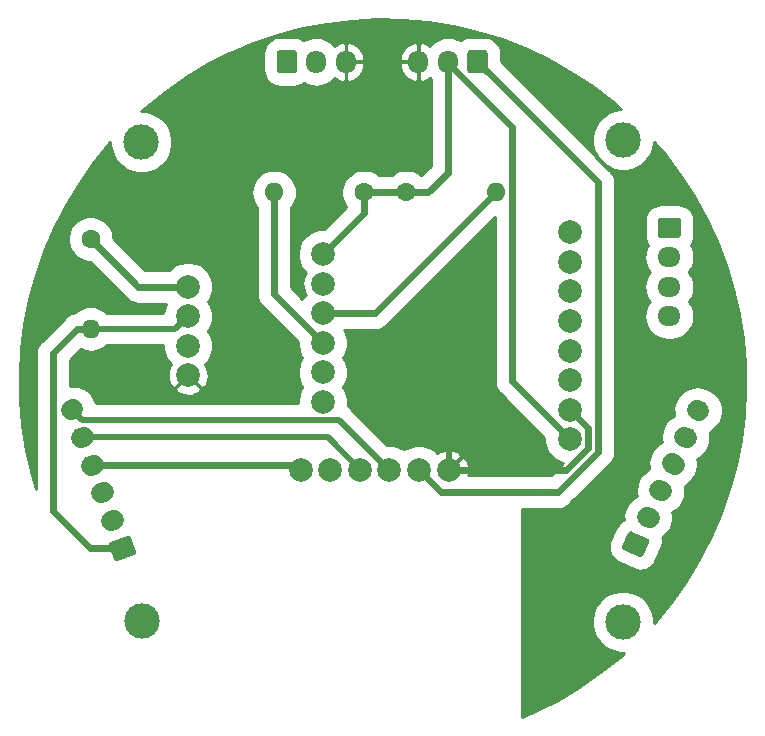
<source format=gbr>
G04 #@! TF.GenerationSoftware,KiCad,Pcbnew,(5.1.2)-2*
G04 #@! TF.CreationDate,2019-10-20T14:34:09-03:00*
G04 #@! TF.ProjectId,placa_sensores,706c6163-615f-4736-956e-736f7265732e,rev?*
G04 #@! TF.SameCoordinates,Original*
G04 #@! TF.FileFunction,Copper,L2,Bot*
G04 #@! TF.FilePolarity,Positive*
%FSLAX46Y46*%
G04 Gerber Fmt 4.6, Leading zero omitted, Abs format (unit mm)*
G04 Created by KiCad (PCBNEW (5.1.2)-2) date 2019-10-20 14:34:09*
%MOMM*%
%LPD*%
G04 APERTURE LIST*
%ADD10C,2.000000*%
%ADD11C,3.000000*%
%ADD12C,1.700000*%
%ADD13C,1.700000*%
%ADD14C,0.100000*%
%ADD15O,1.950000X1.700000*%
%ADD16O,1.700000X1.950000*%
%ADD17O,1.600000X1.600000*%
%ADD18C,1.600000*%
%ADD19C,0.800000*%
%ADD20C,0.600000*%
%ADD21C,0.500000*%
%ADD22C,0.254000*%
G04 APERTURE END LIST*
D10*
X70500000Y-62550000D03*
X68000000Y-62550000D03*
X65500000Y-62550000D03*
X63000000Y-62550000D03*
X60500000Y-62550000D03*
X58000000Y-62550000D03*
X80750000Y-59950000D03*
X80750000Y-57450000D03*
X80750000Y-54950000D03*
X80750000Y-52450000D03*
X80750000Y-49950000D03*
X80750000Y-47450000D03*
X80750000Y-44950000D03*
X80750000Y-42450000D03*
X59850000Y-56800000D03*
X59850000Y-54300000D03*
X59850000Y-51800000D03*
X59850000Y-49300000D03*
X59850000Y-46800000D03*
X59850000Y-44300000D03*
X48450000Y-47050000D03*
X48450000Y-49550000D03*
X48450000Y-52050000D03*
X48450000Y-54550000D03*
D11*
X44500000Y-34800000D03*
X85300000Y-34600000D03*
X85250000Y-75400000D03*
X44550000Y-75350000D03*
D12*
X91632728Y-57521153D03*
D13*
X91519440Y-57468326D02*
X91746016Y-57573980D01*
D12*
X90576183Y-59786922D03*
D13*
X90462895Y-59734095D02*
X90689471Y-59839749D01*
D12*
X89519637Y-62052692D03*
D13*
X89406349Y-61999865D02*
X89632925Y-62105519D01*
D12*
X88463091Y-64318461D03*
D13*
X88349803Y-64265634D02*
X88576379Y-64371288D01*
D12*
X87406546Y-66584231D03*
D13*
X87293258Y-66531404D02*
X87519834Y-66637058D01*
D14*
G36*
X85981831Y-67752326D02*
G01*
X86005920Y-67756981D01*
X86029435Y-67763975D01*
X86052153Y-67773240D01*
X87366299Y-68386037D01*
X87387998Y-68397484D01*
X87408471Y-68411003D01*
X87427521Y-68426463D01*
X87444963Y-68443717D01*
X87460631Y-68462596D01*
X87474372Y-68482921D01*
X87486055Y-68504494D01*
X87495567Y-68527109D01*
X87502817Y-68550547D01*
X87507734Y-68574583D01*
X87510272Y-68598985D01*
X87510406Y-68623519D01*
X87508135Y-68647947D01*
X87503479Y-68672036D01*
X87496486Y-68695551D01*
X87487221Y-68718269D01*
X86980079Y-69805838D01*
X86968632Y-69827537D01*
X86955113Y-69848010D01*
X86939653Y-69867060D01*
X86922400Y-69884502D01*
X86903520Y-69900170D01*
X86883195Y-69913911D01*
X86861622Y-69925594D01*
X86839007Y-69935106D01*
X86815569Y-69942356D01*
X86791533Y-69947273D01*
X86767131Y-69949811D01*
X86742597Y-69949945D01*
X86718169Y-69947674D01*
X86694080Y-69943019D01*
X86670565Y-69936025D01*
X86647847Y-69926760D01*
X85333701Y-69313963D01*
X85312002Y-69302516D01*
X85291529Y-69288997D01*
X85272479Y-69273537D01*
X85255037Y-69256283D01*
X85239369Y-69237404D01*
X85225628Y-69217079D01*
X85213945Y-69195506D01*
X85204433Y-69172891D01*
X85197183Y-69149453D01*
X85192266Y-69125417D01*
X85189728Y-69101015D01*
X85189594Y-69076481D01*
X85191865Y-69052053D01*
X85196521Y-69027964D01*
X85203514Y-69004449D01*
X85212779Y-68981731D01*
X85719921Y-67894162D01*
X85731368Y-67872463D01*
X85744887Y-67851990D01*
X85760347Y-67832940D01*
X85777600Y-67815498D01*
X85796480Y-67799830D01*
X85816805Y-67786089D01*
X85838378Y-67774406D01*
X85860993Y-67764894D01*
X85884431Y-67757644D01*
X85908467Y-67752727D01*
X85932869Y-67750189D01*
X85957403Y-67750055D01*
X85981831Y-67752326D01*
X85981831Y-67752326D01*
G37*
D12*
X86350000Y-68850000D03*
X38624748Y-57453842D03*
D13*
X38507286Y-57496595D02*
X38742210Y-57411089D01*
D12*
X39479799Y-59803074D03*
D13*
X39362337Y-59845827D02*
X39597261Y-59760321D01*
D12*
X40334849Y-62152305D03*
D13*
X40217387Y-62195058D02*
X40452311Y-62109552D01*
D12*
X41189899Y-64501537D03*
D13*
X41072437Y-64544290D02*
X41307361Y-64458784D01*
D12*
X42044950Y-66850768D03*
D13*
X41927488Y-66893521D02*
X42162412Y-66808015D01*
D14*
G36*
X43411398Y-68140729D02*
G01*
X43435486Y-68145384D01*
X43459002Y-68152378D01*
X43481720Y-68161643D01*
X43503419Y-68173090D01*
X43523892Y-68186609D01*
X43542942Y-68202069D01*
X43560384Y-68219322D01*
X43576052Y-68238202D01*
X43589793Y-68258527D01*
X43601476Y-68280100D01*
X43610988Y-68302715D01*
X44021412Y-69430346D01*
X44028662Y-69453784D01*
X44033579Y-69477820D01*
X44036117Y-69502222D01*
X44036251Y-69526756D01*
X44033980Y-69551184D01*
X44029325Y-69575272D01*
X44022331Y-69598788D01*
X44013066Y-69621506D01*
X44001619Y-69643205D01*
X43988100Y-69663678D01*
X43972640Y-69682728D01*
X43955387Y-69700170D01*
X43936507Y-69715838D01*
X43916182Y-69729579D01*
X43894609Y-69741262D01*
X43871994Y-69750774D01*
X42509440Y-70246703D01*
X42486002Y-70253953D01*
X42461966Y-70258870D01*
X42437564Y-70261408D01*
X42413030Y-70261542D01*
X42388602Y-70259271D01*
X42364514Y-70254616D01*
X42340998Y-70247622D01*
X42318280Y-70238357D01*
X42296581Y-70226910D01*
X42276108Y-70213391D01*
X42257058Y-70197931D01*
X42239616Y-70180678D01*
X42223948Y-70161798D01*
X42210207Y-70141473D01*
X42198524Y-70119900D01*
X42189012Y-70097285D01*
X41778588Y-68969654D01*
X41771338Y-68946216D01*
X41766421Y-68922180D01*
X41763883Y-68897778D01*
X41763749Y-68873244D01*
X41766020Y-68848816D01*
X41770675Y-68824728D01*
X41777669Y-68801212D01*
X41786934Y-68778494D01*
X41798381Y-68756795D01*
X41811900Y-68736322D01*
X41827360Y-68717272D01*
X41844613Y-68699830D01*
X41863493Y-68684162D01*
X41883818Y-68670421D01*
X41905391Y-68658738D01*
X41928006Y-68649226D01*
X43290560Y-68153297D01*
X43313998Y-68146047D01*
X43338034Y-68141130D01*
X43362436Y-68138592D01*
X43386970Y-68138458D01*
X43411398Y-68140729D01*
X43411398Y-68140729D01*
G37*
D12*
X42900000Y-69200000D03*
D15*
X89200000Y-49550000D03*
X89200000Y-47050000D03*
X89200000Y-44550000D03*
D14*
G36*
X89949504Y-41201204D02*
G01*
X89973773Y-41204804D01*
X89997571Y-41210765D01*
X90020671Y-41219030D01*
X90042849Y-41229520D01*
X90063893Y-41242133D01*
X90083598Y-41256747D01*
X90101777Y-41273223D01*
X90118253Y-41291402D01*
X90132867Y-41311107D01*
X90145480Y-41332151D01*
X90155970Y-41354329D01*
X90164235Y-41377429D01*
X90170196Y-41401227D01*
X90173796Y-41425496D01*
X90175000Y-41450000D01*
X90175000Y-42650000D01*
X90173796Y-42674504D01*
X90170196Y-42698773D01*
X90164235Y-42722571D01*
X90155970Y-42745671D01*
X90145480Y-42767849D01*
X90132867Y-42788893D01*
X90118253Y-42808598D01*
X90101777Y-42826777D01*
X90083598Y-42843253D01*
X90063893Y-42857867D01*
X90042849Y-42870480D01*
X90020671Y-42880970D01*
X89997571Y-42889235D01*
X89973773Y-42895196D01*
X89949504Y-42898796D01*
X89925000Y-42900000D01*
X88475000Y-42900000D01*
X88450496Y-42898796D01*
X88426227Y-42895196D01*
X88402429Y-42889235D01*
X88379329Y-42880970D01*
X88357151Y-42870480D01*
X88336107Y-42857867D01*
X88316402Y-42843253D01*
X88298223Y-42826777D01*
X88281747Y-42808598D01*
X88267133Y-42788893D01*
X88254520Y-42767849D01*
X88244030Y-42745671D01*
X88235765Y-42722571D01*
X88229804Y-42698773D01*
X88226204Y-42674504D01*
X88225000Y-42650000D01*
X88225000Y-41450000D01*
X88226204Y-41425496D01*
X88229804Y-41401227D01*
X88235765Y-41377429D01*
X88244030Y-41354329D01*
X88254520Y-41332151D01*
X88267133Y-41311107D01*
X88281747Y-41291402D01*
X88298223Y-41273223D01*
X88316402Y-41256747D01*
X88336107Y-41242133D01*
X88357151Y-41229520D01*
X88379329Y-41219030D01*
X88402429Y-41210765D01*
X88426227Y-41204804D01*
X88450496Y-41201204D01*
X88475000Y-41200000D01*
X89925000Y-41200000D01*
X89949504Y-41201204D01*
X89949504Y-41201204D01*
G37*
D12*
X89200000Y-42050000D03*
D16*
X61800000Y-28000000D03*
X59300000Y-28000000D03*
D14*
G36*
X57424504Y-27026204D02*
G01*
X57448773Y-27029804D01*
X57472571Y-27035765D01*
X57495671Y-27044030D01*
X57517849Y-27054520D01*
X57538893Y-27067133D01*
X57558598Y-27081747D01*
X57576777Y-27098223D01*
X57593253Y-27116402D01*
X57607867Y-27136107D01*
X57620480Y-27157151D01*
X57630970Y-27179329D01*
X57639235Y-27202429D01*
X57645196Y-27226227D01*
X57648796Y-27250496D01*
X57650000Y-27275000D01*
X57650000Y-28725000D01*
X57648796Y-28749504D01*
X57645196Y-28773773D01*
X57639235Y-28797571D01*
X57630970Y-28820671D01*
X57620480Y-28842849D01*
X57607867Y-28863893D01*
X57593253Y-28883598D01*
X57576777Y-28901777D01*
X57558598Y-28918253D01*
X57538893Y-28932867D01*
X57517849Y-28945480D01*
X57495671Y-28955970D01*
X57472571Y-28964235D01*
X57448773Y-28970196D01*
X57424504Y-28973796D01*
X57400000Y-28975000D01*
X56200000Y-28975000D01*
X56175496Y-28973796D01*
X56151227Y-28970196D01*
X56127429Y-28964235D01*
X56104329Y-28955970D01*
X56082151Y-28945480D01*
X56061107Y-28932867D01*
X56041402Y-28918253D01*
X56023223Y-28901777D01*
X56006747Y-28883598D01*
X55992133Y-28863893D01*
X55979520Y-28842849D01*
X55969030Y-28820671D01*
X55960765Y-28797571D01*
X55954804Y-28773773D01*
X55951204Y-28749504D01*
X55950000Y-28725000D01*
X55950000Y-27275000D01*
X55951204Y-27250496D01*
X55954804Y-27226227D01*
X55960765Y-27202429D01*
X55969030Y-27179329D01*
X55979520Y-27157151D01*
X55992133Y-27136107D01*
X56006747Y-27116402D01*
X56023223Y-27098223D01*
X56041402Y-27081747D01*
X56061107Y-27067133D01*
X56082151Y-27054520D01*
X56104329Y-27044030D01*
X56127429Y-27035765D01*
X56151227Y-27029804D01*
X56175496Y-27026204D01*
X56200000Y-27025000D01*
X57400000Y-27025000D01*
X57424504Y-27026204D01*
X57424504Y-27026204D01*
G37*
D12*
X56800000Y-28000000D03*
D16*
X67950000Y-28000000D03*
X70450000Y-28000000D03*
D14*
G36*
X73574504Y-27026204D02*
G01*
X73598773Y-27029804D01*
X73622571Y-27035765D01*
X73645671Y-27044030D01*
X73667849Y-27054520D01*
X73688893Y-27067133D01*
X73708598Y-27081747D01*
X73726777Y-27098223D01*
X73743253Y-27116402D01*
X73757867Y-27136107D01*
X73770480Y-27157151D01*
X73780970Y-27179329D01*
X73789235Y-27202429D01*
X73795196Y-27226227D01*
X73798796Y-27250496D01*
X73800000Y-27275000D01*
X73800000Y-28725000D01*
X73798796Y-28749504D01*
X73795196Y-28773773D01*
X73789235Y-28797571D01*
X73780970Y-28820671D01*
X73770480Y-28842849D01*
X73757867Y-28863893D01*
X73743253Y-28883598D01*
X73726777Y-28901777D01*
X73708598Y-28918253D01*
X73688893Y-28932867D01*
X73667849Y-28945480D01*
X73645671Y-28955970D01*
X73622571Y-28964235D01*
X73598773Y-28970196D01*
X73574504Y-28973796D01*
X73550000Y-28975000D01*
X72350000Y-28975000D01*
X72325496Y-28973796D01*
X72301227Y-28970196D01*
X72277429Y-28964235D01*
X72254329Y-28955970D01*
X72232151Y-28945480D01*
X72211107Y-28932867D01*
X72191402Y-28918253D01*
X72173223Y-28901777D01*
X72156747Y-28883598D01*
X72142133Y-28863893D01*
X72129520Y-28842849D01*
X72119030Y-28820671D01*
X72110765Y-28797571D01*
X72104804Y-28773773D01*
X72101204Y-28749504D01*
X72100000Y-28725000D01*
X72100000Y-27275000D01*
X72101204Y-27250496D01*
X72104804Y-27226227D01*
X72110765Y-27202429D01*
X72119030Y-27179329D01*
X72129520Y-27157151D01*
X72142133Y-27136107D01*
X72156747Y-27116402D01*
X72173223Y-27098223D01*
X72191402Y-27081747D01*
X72211107Y-27067133D01*
X72232151Y-27054520D01*
X72254329Y-27044030D01*
X72277429Y-27035765D01*
X72301227Y-27029804D01*
X72325496Y-27026204D01*
X72350000Y-27025000D01*
X73550000Y-27025000D01*
X73574504Y-27026204D01*
X73574504Y-27026204D01*
G37*
D12*
X72950000Y-28000000D03*
D17*
X74520000Y-39050000D03*
D18*
X66900000Y-39050000D03*
X63350000Y-39050000D03*
D17*
X55730000Y-39050000D03*
D18*
X40200000Y-43000000D03*
D17*
X40200000Y-50620000D03*
D19*
X68500000Y-55450000D03*
D20*
X37007276Y-52681354D02*
X37007276Y-66057276D01*
X40200000Y-50620000D02*
X39068630Y-50620000D01*
X39068630Y-50620000D02*
X37007276Y-52681354D01*
X40150000Y-69200000D02*
X42900000Y-69200000D01*
X37007276Y-66057276D02*
X40150000Y-69200000D01*
D21*
X47380000Y-50620000D02*
X48450000Y-49550000D01*
X40200000Y-50620000D02*
X47380000Y-50620000D01*
D20*
X57602305Y-62152305D02*
X58000000Y-62550000D01*
X40334849Y-62152305D02*
X57602305Y-62152305D01*
D21*
X60253074Y-59803074D02*
X39479799Y-59803074D01*
X63000000Y-62550000D02*
X60253074Y-59803074D01*
X39326677Y-58155771D02*
X38624748Y-57453842D01*
X39470907Y-58300001D02*
X39326677Y-58155771D01*
X61250001Y-58300001D02*
X39470907Y-58300001D01*
X65500000Y-62550000D02*
X61250001Y-58300001D01*
D20*
X81749999Y-58449999D02*
X80750000Y-57450000D01*
X82300001Y-59000001D02*
X81749999Y-58449999D01*
X82300001Y-60694001D02*
X82300001Y-59000001D01*
X80444002Y-62550000D02*
X82300001Y-60694001D01*
X70500000Y-62550000D02*
X80444002Y-62550000D01*
D21*
X70500000Y-57450000D02*
X70500000Y-62550000D01*
X68500000Y-55450000D02*
X70500000Y-57450000D01*
D20*
X66900000Y-39050000D02*
X63350000Y-39050000D01*
X63350000Y-40800000D02*
X63350000Y-39050000D01*
X59850000Y-44300000D02*
X63350000Y-40800000D01*
X66900000Y-39050000D02*
X68800000Y-39050000D01*
X70450000Y-37400000D02*
X70450000Y-28000000D01*
X68800000Y-39050000D02*
X70450000Y-37400000D01*
X44250000Y-47050000D02*
X40200000Y-43000000D01*
X48450000Y-47050000D02*
X44250000Y-47050000D01*
X80750000Y-59950000D02*
X75870001Y-55070001D01*
X70450000Y-28125000D02*
X70450000Y-28000000D01*
X75870001Y-33545001D02*
X70450000Y-28125000D01*
X75870001Y-55070001D02*
X75870001Y-33545001D01*
X73848372Y-28898372D02*
X72950000Y-28000000D01*
X69885126Y-64435126D02*
X79760970Y-64435126D01*
X68000000Y-62550000D02*
X69885126Y-64435126D01*
X79760970Y-64435126D02*
X83150011Y-61046086D01*
X83150011Y-61046086D02*
X83150011Y-38200011D01*
X83150011Y-38200011D02*
X73848372Y-28898372D01*
X64270000Y-49300000D02*
X74520000Y-39050000D01*
X59850000Y-49300000D02*
X64270000Y-49300000D01*
X55730000Y-47680000D02*
X55730000Y-39050000D01*
X59850000Y-51800000D02*
X55730000Y-47680000D01*
D22*
G36*
X66600941Y-24444704D02*
G01*
X68736644Y-24637377D01*
X70853706Y-24978561D01*
X72941812Y-25466593D01*
X74990790Y-26099094D01*
X76990662Y-26872988D01*
X78931665Y-27784493D01*
X80804355Y-28829176D01*
X82599629Y-30001956D01*
X84308713Y-31297109D01*
X85082002Y-31973000D01*
X85041263Y-31973000D01*
X84533732Y-32073954D01*
X84055649Y-32271983D01*
X83625385Y-32559476D01*
X83259476Y-32925385D01*
X82971983Y-33355649D01*
X82773954Y-33833732D01*
X82673000Y-34341263D01*
X82673000Y-34858737D01*
X82773954Y-35366268D01*
X82971983Y-35844351D01*
X83259476Y-36274615D01*
X83625385Y-36640524D01*
X84055649Y-36928017D01*
X84533732Y-37126046D01*
X85041263Y-37227000D01*
X85558737Y-37227000D01*
X86066268Y-37126046D01*
X86544351Y-36928017D01*
X86974615Y-36640524D01*
X87340524Y-36274615D01*
X87628017Y-35844351D01*
X87826046Y-35366268D01*
X87927000Y-34858737D01*
X87927000Y-34797252D01*
X88837936Y-35850910D01*
X90123816Y-37566968D01*
X91286859Y-39368549D01*
X92321392Y-41246864D01*
X93222393Y-43192792D01*
X93985445Y-45196802D01*
X94606854Y-47249181D01*
X95083578Y-49339889D01*
X95413303Y-51458777D01*
X95594418Y-53595492D01*
X95626041Y-55739643D01*
X95508021Y-57880760D01*
X95240928Y-60008454D01*
X94826070Y-62112309D01*
X94265457Y-64182128D01*
X93561836Y-66207773D01*
X92718626Y-68179403D01*
X91739926Y-70087432D01*
X90630526Y-71922520D01*
X89395810Y-73675762D01*
X88041797Y-75338612D01*
X87877000Y-75514379D01*
X87877000Y-75141263D01*
X87776046Y-74633732D01*
X87578017Y-74155649D01*
X87290524Y-73725385D01*
X86924615Y-73359476D01*
X86494351Y-73071983D01*
X86016268Y-72873954D01*
X85508737Y-72773000D01*
X84991263Y-72773000D01*
X84483732Y-72873954D01*
X84005649Y-73071983D01*
X83575385Y-73359476D01*
X83209476Y-73725385D01*
X82921983Y-74155649D01*
X82723954Y-74633732D01*
X82623000Y-75141263D01*
X82623000Y-75658737D01*
X82723954Y-76166268D01*
X82921983Y-76644351D01*
X83209476Y-77074615D01*
X83575385Y-77440524D01*
X84005649Y-77728017D01*
X84483732Y-77926046D01*
X84991263Y-78027000D01*
X85363141Y-78027000D01*
X85002852Y-78361157D01*
X83332708Y-79706147D01*
X81572817Y-80931354D01*
X79731736Y-82030820D01*
X77818453Y-82999174D01*
X76687062Y-83475813D01*
X76687062Y-69027084D01*
X84058219Y-69027084D01*
X84072993Y-69297689D01*
X84140275Y-69560212D01*
X84257480Y-69804565D01*
X84420104Y-70021357D01*
X84621898Y-70202257D01*
X84855106Y-70340314D01*
X86169252Y-70953111D01*
X86424912Y-71043018D01*
X86693200Y-71081320D01*
X86963805Y-71066546D01*
X87226329Y-70999264D01*
X87470681Y-70882059D01*
X87687474Y-70719434D01*
X87868374Y-70517641D01*
X88006430Y-70284433D01*
X88513572Y-69196864D01*
X88603479Y-68941204D01*
X88641781Y-68672916D01*
X88627007Y-68402311D01*
X88600271Y-68297993D01*
X88861938Y-68101707D01*
X89121889Y-67811732D01*
X89320273Y-67476615D01*
X89449468Y-67109235D01*
X89504508Y-66723709D01*
X89483277Y-66334855D01*
X89436283Y-66151490D01*
X89606956Y-66069625D01*
X89918483Y-65835937D01*
X90178434Y-65545962D01*
X90376818Y-65210845D01*
X90506013Y-64843465D01*
X90561053Y-64457939D01*
X90539822Y-64069085D01*
X90492828Y-63885721D01*
X90663502Y-63803856D01*
X90975029Y-63570168D01*
X91234980Y-63280193D01*
X91433364Y-62945076D01*
X91562559Y-62577696D01*
X91617599Y-62192170D01*
X91596368Y-61803316D01*
X91549374Y-61619951D01*
X91720048Y-61538086D01*
X92031575Y-61304398D01*
X92291526Y-61014423D01*
X92489910Y-60679306D01*
X92619105Y-60311926D01*
X92674145Y-59926400D01*
X92652914Y-59537546D01*
X92605920Y-59354182D01*
X92776593Y-59272317D01*
X93088120Y-59038629D01*
X93348071Y-58748654D01*
X93546455Y-58413537D01*
X93675650Y-58046157D01*
X93730690Y-57660631D01*
X93709459Y-57271777D01*
X93612776Y-56894534D01*
X93444353Y-56543403D01*
X93210665Y-56231876D01*
X92920690Y-55971925D01*
X92669548Y-55823253D01*
X92266938Y-55635513D01*
X91991617Y-55538692D01*
X91606091Y-55483652D01*
X91217237Y-55504883D01*
X90839994Y-55601566D01*
X90488863Y-55769989D01*
X90177336Y-56003677D01*
X89917385Y-56293652D01*
X89719001Y-56628769D01*
X89589806Y-56996149D01*
X89534766Y-57381675D01*
X89555997Y-57770529D01*
X89602991Y-57953893D01*
X89432318Y-58035758D01*
X89120791Y-58269446D01*
X88860840Y-58559421D01*
X88662456Y-58894538D01*
X88533261Y-59261918D01*
X88478221Y-59647444D01*
X88499452Y-60036298D01*
X88546446Y-60219663D01*
X88375772Y-60301528D01*
X88064245Y-60535216D01*
X87804294Y-60825191D01*
X87605910Y-61160308D01*
X87476715Y-61527688D01*
X87421675Y-61913214D01*
X87442906Y-62302068D01*
X87489900Y-62485432D01*
X87319226Y-62567297D01*
X87007699Y-62800985D01*
X86747748Y-63090960D01*
X86549364Y-63426077D01*
X86420169Y-63793457D01*
X86365129Y-64178983D01*
X86386360Y-64567837D01*
X86433354Y-64751202D01*
X86262681Y-64833067D01*
X85951154Y-65066755D01*
X85691203Y-65356730D01*
X85492819Y-65691847D01*
X85363624Y-66059227D01*
X85308584Y-66444753D01*
X85326417Y-66771367D01*
X85229319Y-66817941D01*
X85012526Y-66980566D01*
X84831626Y-67182359D01*
X84693570Y-67415567D01*
X84186428Y-68503136D01*
X84096521Y-68758796D01*
X84058219Y-69027084D01*
X76687062Y-69027084D01*
X76687062Y-65862126D01*
X79690882Y-65862126D01*
X79760970Y-65869029D01*
X79831058Y-65862126D01*
X79831068Y-65862126D01*
X80040711Y-65841478D01*
X80309701Y-65759881D01*
X80557604Y-65627374D01*
X80774893Y-65449049D01*
X80819579Y-65394599D01*
X84109488Y-62104691D01*
X84163933Y-62060009D01*
X84226227Y-61984105D01*
X84342258Y-61842721D01*
X84342260Y-61842719D01*
X84474766Y-61594817D01*
X84556363Y-61325827D01*
X84577011Y-61116184D01*
X84577011Y-61116175D01*
X84583914Y-61046087D01*
X84577011Y-60975999D01*
X84577011Y-44550000D01*
X87088435Y-44550000D01*
X87126606Y-44937560D01*
X87239653Y-45310226D01*
X87423232Y-45653676D01*
X87543316Y-45800000D01*
X87423232Y-45946324D01*
X87239653Y-46289774D01*
X87126606Y-46662440D01*
X87088435Y-47050000D01*
X87126606Y-47437560D01*
X87239653Y-47810226D01*
X87423232Y-48153676D01*
X87543316Y-48300000D01*
X87423232Y-48446324D01*
X87239653Y-48789774D01*
X87126606Y-49162440D01*
X87088435Y-49550000D01*
X87126606Y-49937560D01*
X87239653Y-50310226D01*
X87423232Y-50653676D01*
X87670286Y-50954714D01*
X87971324Y-51201768D01*
X88314774Y-51385347D01*
X88687440Y-51498394D01*
X88977884Y-51527000D01*
X89422116Y-51527000D01*
X89712560Y-51498394D01*
X90085226Y-51385347D01*
X90428676Y-51201768D01*
X90729714Y-50954714D01*
X90976768Y-50653676D01*
X91160347Y-50310226D01*
X91273394Y-49937560D01*
X91311565Y-49550000D01*
X91273394Y-49162440D01*
X91160347Y-48789774D01*
X90976768Y-48446324D01*
X90856684Y-48300000D01*
X90976768Y-48153676D01*
X91160347Y-47810226D01*
X91273394Y-47437560D01*
X91311565Y-47050000D01*
X91273394Y-46662440D01*
X91160347Y-46289774D01*
X90976768Y-45946324D01*
X90856684Y-45800000D01*
X90976768Y-45653676D01*
X91160347Y-45310226D01*
X91273394Y-44937560D01*
X91311565Y-44550000D01*
X91273394Y-44162440D01*
X91160347Y-43789774D01*
X91006151Y-43501295D01*
X91074468Y-43418050D01*
X91202220Y-43179042D01*
X91280890Y-42919703D01*
X91307453Y-42650000D01*
X91307453Y-41450000D01*
X91280890Y-41180297D01*
X91202220Y-40920958D01*
X91074468Y-40681950D01*
X90902542Y-40472458D01*
X90693050Y-40300532D01*
X90454042Y-40172780D01*
X90194703Y-40094110D01*
X89925000Y-40067547D01*
X88475000Y-40067547D01*
X88205297Y-40094110D01*
X87945958Y-40172780D01*
X87706950Y-40300532D01*
X87497458Y-40472458D01*
X87325532Y-40681950D01*
X87197780Y-40920958D01*
X87119110Y-41180297D01*
X87092547Y-41450000D01*
X87092547Y-42650000D01*
X87119110Y-42919703D01*
X87197780Y-43179042D01*
X87325532Y-43418050D01*
X87393849Y-43501295D01*
X87239653Y-43789774D01*
X87126606Y-44162440D01*
X87088435Y-44550000D01*
X84577011Y-44550000D01*
X84577011Y-38270098D01*
X84583914Y-38200010D01*
X84577011Y-38129922D01*
X84577011Y-38129913D01*
X84556363Y-37920270D01*
X84474766Y-37651280D01*
X84342259Y-37403377D01*
X84278795Y-37326046D01*
X84208619Y-37240536D01*
X84208616Y-37240533D01*
X84163934Y-37186088D01*
X84109489Y-37141406D01*
X74932453Y-27964371D01*
X74932453Y-27275000D01*
X74905890Y-27005297D01*
X74827220Y-26745958D01*
X74699468Y-26506950D01*
X74527542Y-26297458D01*
X74318050Y-26125532D01*
X74079042Y-25997780D01*
X73819703Y-25919110D01*
X73550000Y-25892547D01*
X72350000Y-25892547D01*
X72080297Y-25919110D01*
X71820958Y-25997780D01*
X71581950Y-26125532D01*
X71498705Y-26193849D01*
X71210226Y-26039653D01*
X70837560Y-25926606D01*
X70450000Y-25888435D01*
X70062441Y-25926606D01*
X69689775Y-26039653D01*
X69346325Y-26223232D01*
X69045286Y-26470286D01*
X68911043Y-26633863D01*
X68807011Y-26550995D01*
X68532243Y-26409241D01*
X68235100Y-26323815D01*
X68219388Y-26321179D01*
X67973000Y-26479940D01*
X67973000Y-27977000D01*
X67993000Y-27977000D01*
X67993000Y-28023000D01*
X67973000Y-28023000D01*
X67973000Y-29520060D01*
X68219388Y-29678821D01*
X68235100Y-29676185D01*
X68532243Y-29590759D01*
X68807011Y-29449005D01*
X68911043Y-29366137D01*
X69023001Y-29502559D01*
X69023000Y-36808918D01*
X68208918Y-37623000D01*
X68198190Y-37623000D01*
X68128391Y-37553201D01*
X67812777Y-37342315D01*
X67462085Y-37197053D01*
X67089793Y-37123000D01*
X66710207Y-37123000D01*
X66337915Y-37197053D01*
X65987223Y-37342315D01*
X65671609Y-37553201D01*
X65601810Y-37623000D01*
X64648190Y-37623000D01*
X64578391Y-37553201D01*
X64262777Y-37342315D01*
X63912085Y-37197053D01*
X63539793Y-37123000D01*
X63160207Y-37123000D01*
X62787915Y-37197053D01*
X62437223Y-37342315D01*
X62121609Y-37553201D01*
X61853201Y-37821609D01*
X61642315Y-38137223D01*
X61497053Y-38487915D01*
X61423000Y-38860207D01*
X61423000Y-39239793D01*
X61497053Y-39612085D01*
X61642315Y-39962777D01*
X61853201Y-40278391D01*
X61853364Y-40278554D01*
X59958918Y-42173000D01*
X59640509Y-42173000D01*
X59229577Y-42254739D01*
X58842488Y-42415077D01*
X58494116Y-42647851D01*
X58197851Y-42944116D01*
X57965077Y-43292488D01*
X57804739Y-43679577D01*
X57723000Y-44090509D01*
X57723000Y-44509491D01*
X57804739Y-44920423D01*
X57965077Y-45307512D01*
X58197851Y-45655884D01*
X58399319Y-45857352D01*
X58264556Y-46094428D01*
X58157370Y-46417290D01*
X58115230Y-46754859D01*
X58139757Y-47094163D01*
X58230007Y-47422162D01*
X58382512Y-47726253D01*
X58395811Y-47746156D01*
X58197851Y-47944116D01*
X58123489Y-48055407D01*
X57157000Y-47088918D01*
X57157000Y-40348742D01*
X57339994Y-40125763D01*
X57518929Y-39790999D01*
X57629117Y-39427758D01*
X57666323Y-39050000D01*
X57629117Y-38672242D01*
X57518929Y-38309001D01*
X57339994Y-37974237D01*
X57099187Y-37680813D01*
X56805763Y-37440006D01*
X56470999Y-37261071D01*
X56107758Y-37150883D01*
X55824658Y-37123000D01*
X55635342Y-37123000D01*
X55352242Y-37150883D01*
X54989001Y-37261071D01*
X54654237Y-37440006D01*
X54360813Y-37680813D01*
X54120006Y-37974237D01*
X53941071Y-38309001D01*
X53830883Y-38672242D01*
X53793677Y-39050000D01*
X53830883Y-39427758D01*
X53941071Y-39790999D01*
X54120006Y-40125763D01*
X54303001Y-40348743D01*
X54303000Y-47609912D01*
X54296097Y-47680000D01*
X54303000Y-47750088D01*
X54303000Y-47750097D01*
X54323648Y-47959740D01*
X54405245Y-48228730D01*
X54537752Y-48476633D01*
X54555501Y-48498260D01*
X54671392Y-48639474D01*
X54671395Y-48639477D01*
X54716077Y-48693922D01*
X54770523Y-48738605D01*
X57723000Y-51691083D01*
X57723000Y-52009491D01*
X57804739Y-52420423D01*
X57965077Y-52807512D01*
X58127102Y-53050000D01*
X57965077Y-53292488D01*
X57804739Y-53679577D01*
X57723000Y-54090509D01*
X57723000Y-54509491D01*
X57804739Y-54920423D01*
X57965077Y-55307512D01*
X58127102Y-55550000D01*
X57965077Y-55792488D01*
X57804739Y-56179577D01*
X57723000Y-56590509D01*
X57723000Y-56923001D01*
X40658013Y-56923001D01*
X40608968Y-56731640D01*
X40440545Y-56380508D01*
X40206855Y-56068982D01*
X39916880Y-55809033D01*
X39673085Y-55664709D01*
X47367818Y-55664709D01*
X47448680Y-55967329D01*
X47744428Y-56135444D01*
X48067290Y-56242630D01*
X48404859Y-56284770D01*
X48744163Y-56260243D01*
X49072162Y-56169993D01*
X49376253Y-56017488D01*
X49451320Y-55967329D01*
X49532182Y-55664709D01*
X48450000Y-54582527D01*
X47367818Y-55664709D01*
X39673085Y-55664709D01*
X39581764Y-55610648D01*
X39214383Y-55481455D01*
X38828858Y-55426415D01*
X38440003Y-55447645D01*
X38434276Y-55449113D01*
X38434276Y-53272436D01*
X39353940Y-52352773D01*
X39459001Y-52408929D01*
X39822242Y-52519117D01*
X40105342Y-52547000D01*
X40294658Y-52547000D01*
X40577758Y-52519117D01*
X40940999Y-52408929D01*
X41275763Y-52229994D01*
X41559667Y-51997000D01*
X46323000Y-51997000D01*
X46323000Y-52259491D01*
X46404739Y-52670423D01*
X46565077Y-53057512D01*
X46797851Y-53405884D01*
X46999319Y-53607352D01*
X46864556Y-53844428D01*
X46757370Y-54167290D01*
X46715230Y-54504859D01*
X46739757Y-54844163D01*
X46830007Y-55172162D01*
X46982512Y-55476253D01*
X47032671Y-55551320D01*
X47335291Y-55632182D01*
X48417473Y-54550000D01*
X48403331Y-54535858D01*
X48435858Y-54503331D01*
X48450000Y-54517473D01*
X48464142Y-54503331D01*
X48496669Y-54535858D01*
X48482527Y-54550000D01*
X49564709Y-55632182D01*
X49867329Y-55551320D01*
X50035444Y-55255572D01*
X50142630Y-54932710D01*
X50184770Y-54595141D01*
X50160243Y-54255837D01*
X50069993Y-53927838D01*
X49917488Y-53623747D01*
X49904189Y-53603844D01*
X50102149Y-53405884D01*
X50334923Y-53057512D01*
X50495261Y-52670423D01*
X50577000Y-52259491D01*
X50577000Y-51840509D01*
X50495261Y-51429577D01*
X50334923Y-51042488D01*
X50172898Y-50800000D01*
X50334923Y-50557512D01*
X50495261Y-50170423D01*
X50577000Y-49759491D01*
X50577000Y-49340509D01*
X50495261Y-48929577D01*
X50334923Y-48542488D01*
X50172898Y-48300000D01*
X50334923Y-48057512D01*
X50495261Y-47670423D01*
X50577000Y-47259491D01*
X50577000Y-46840509D01*
X50495261Y-46429577D01*
X50334923Y-46042488D01*
X50102149Y-45694116D01*
X49805884Y-45397851D01*
X49457512Y-45165077D01*
X49070423Y-45004739D01*
X48659491Y-44923000D01*
X48240509Y-44923000D01*
X47829577Y-45004739D01*
X47442488Y-45165077D01*
X47094116Y-45397851D01*
X46868967Y-45623000D01*
X44841083Y-45623000D01*
X42127000Y-42908918D01*
X42127000Y-42810207D01*
X42052947Y-42437915D01*
X41907685Y-42087223D01*
X41696799Y-41771609D01*
X41428391Y-41503201D01*
X41112777Y-41292315D01*
X40762085Y-41147053D01*
X40389793Y-41073000D01*
X40010207Y-41073000D01*
X39637915Y-41147053D01*
X39287223Y-41292315D01*
X38971609Y-41503201D01*
X38703201Y-41771609D01*
X38492315Y-42087223D01*
X38347053Y-42437915D01*
X38273000Y-42810207D01*
X38273000Y-43189793D01*
X38347053Y-43562085D01*
X38492315Y-43912777D01*
X38703201Y-44228391D01*
X38971609Y-44496799D01*
X39287223Y-44707685D01*
X39637915Y-44852947D01*
X40010207Y-44927000D01*
X40108918Y-44927000D01*
X43191395Y-48009478D01*
X43236077Y-48063923D01*
X43290522Y-48108605D01*
X43290525Y-48108608D01*
X43400113Y-48198544D01*
X43453366Y-48242248D01*
X43701269Y-48374755D01*
X43888661Y-48431600D01*
X43970258Y-48456352D01*
X43994474Y-48458737D01*
X44179902Y-48477000D01*
X44179910Y-48477000D01*
X44250000Y-48483903D01*
X44320090Y-48477000D01*
X46608835Y-48477000D01*
X46565077Y-48542488D01*
X46404739Y-48929577D01*
X46342396Y-49243000D01*
X41559667Y-49243000D01*
X41275763Y-49010006D01*
X40940999Y-48831071D01*
X40577758Y-48720883D01*
X40294658Y-48693000D01*
X40105342Y-48693000D01*
X39822242Y-48720883D01*
X39459001Y-48831071D01*
X39124237Y-49010006D01*
X38887992Y-49203887D01*
X38813104Y-49211263D01*
X38788888Y-49213648D01*
X38707291Y-49238400D01*
X38519899Y-49295245D01*
X38271996Y-49427752D01*
X38271994Y-49427753D01*
X38271995Y-49427753D01*
X38109155Y-49561392D01*
X38109152Y-49561395D01*
X38054707Y-49606077D01*
X38010025Y-49660522D01*
X36047799Y-51622749D01*
X35993353Y-51667432D01*
X35948671Y-51721877D01*
X35948668Y-51721880D01*
X35916652Y-51760892D01*
X35815028Y-51884721D01*
X35682521Y-52132624D01*
X35600924Y-52401614D01*
X35580276Y-52611257D01*
X35580276Y-52611266D01*
X35573373Y-52681354D01*
X35580276Y-52751442D01*
X35580277Y-64203681D01*
X35213270Y-62991537D01*
X34736546Y-60900827D01*
X34406821Y-58781941D01*
X34225706Y-56645226D01*
X34194083Y-54501075D01*
X34312103Y-52359960D01*
X34579196Y-50232264D01*
X34994054Y-48128409D01*
X35554667Y-46058590D01*
X36258289Y-44032941D01*
X37101504Y-42061303D01*
X38080198Y-40153286D01*
X39189598Y-38318197D01*
X40424314Y-36564956D01*
X41778321Y-34902114D01*
X41873000Y-34801132D01*
X41873000Y-35058737D01*
X41973954Y-35566268D01*
X42171983Y-36044351D01*
X42459476Y-36474615D01*
X42825385Y-36840524D01*
X43255649Y-37128017D01*
X43733732Y-37326046D01*
X44241263Y-37427000D01*
X44758737Y-37427000D01*
X45266268Y-37326046D01*
X45744351Y-37128017D01*
X46174615Y-36840524D01*
X46540524Y-36474615D01*
X46828017Y-36044351D01*
X47026046Y-35566268D01*
X47127000Y-35058737D01*
X47127000Y-34541263D01*
X47026046Y-34033732D01*
X46828017Y-33555649D01*
X46540524Y-33125385D01*
X46174615Y-32759476D01*
X45744351Y-32471983D01*
X45266268Y-32273954D01*
X44758737Y-32173000D01*
X44500885Y-32173000D01*
X44817272Y-31879561D01*
X46487416Y-30534571D01*
X48247314Y-29309360D01*
X50088390Y-28209898D01*
X51935568Y-27275000D01*
X54817547Y-27275000D01*
X54817547Y-28725000D01*
X54844110Y-28994703D01*
X54922780Y-29254042D01*
X55050532Y-29493050D01*
X55222458Y-29702542D01*
X55431950Y-29874468D01*
X55670958Y-30002220D01*
X55930297Y-30080890D01*
X56200000Y-30107453D01*
X57400000Y-30107453D01*
X57669703Y-30080890D01*
X57929042Y-30002220D01*
X58168050Y-29874468D01*
X58251295Y-29806150D01*
X58539775Y-29960347D01*
X58912441Y-30073394D01*
X59300000Y-30111565D01*
X59687560Y-30073394D01*
X60060226Y-29960347D01*
X60403676Y-29776768D01*
X60704714Y-29529714D01*
X60838957Y-29366137D01*
X60942989Y-29449005D01*
X61217757Y-29590759D01*
X61514900Y-29676185D01*
X61530612Y-29678821D01*
X61777000Y-29520060D01*
X61777000Y-28023000D01*
X61823000Y-28023000D01*
X61823000Y-29520060D01*
X62069388Y-29678821D01*
X62085100Y-29676185D01*
X62382243Y-29590759D01*
X62657011Y-29449005D01*
X62898844Y-29256370D01*
X63098449Y-29020257D01*
X63248156Y-28749740D01*
X63342211Y-28455215D01*
X63377000Y-28148000D01*
X63377000Y-28023000D01*
X66373000Y-28023000D01*
X66373000Y-28148000D01*
X66407789Y-28455215D01*
X66501844Y-28749740D01*
X66651551Y-29020257D01*
X66851156Y-29256370D01*
X67092989Y-29449005D01*
X67367757Y-29590759D01*
X67664900Y-29676185D01*
X67680612Y-29678821D01*
X67927000Y-29520060D01*
X67927000Y-28023000D01*
X66373000Y-28023000D01*
X63377000Y-28023000D01*
X61823000Y-28023000D01*
X61777000Y-28023000D01*
X61757000Y-28023000D01*
X61757000Y-27977000D01*
X61777000Y-27977000D01*
X61777000Y-26479940D01*
X61823000Y-26479940D01*
X61823000Y-27977000D01*
X63377000Y-27977000D01*
X63377000Y-27852000D01*
X66373000Y-27852000D01*
X66373000Y-27977000D01*
X67927000Y-27977000D01*
X67927000Y-26479940D01*
X67680612Y-26321179D01*
X67664900Y-26323815D01*
X67367757Y-26409241D01*
X67092989Y-26550995D01*
X66851156Y-26743630D01*
X66651551Y-26979743D01*
X66501844Y-27250260D01*
X66407789Y-27544785D01*
X66373000Y-27852000D01*
X63377000Y-27852000D01*
X63342211Y-27544785D01*
X63248156Y-27250260D01*
X63098449Y-26979743D01*
X62898844Y-26743630D01*
X62657011Y-26550995D01*
X62382243Y-26409241D01*
X62085100Y-26323815D01*
X62069388Y-26321179D01*
X61823000Y-26479940D01*
X61777000Y-26479940D01*
X61530612Y-26321179D01*
X61514900Y-26323815D01*
X61217757Y-26409241D01*
X60942989Y-26550995D01*
X60838957Y-26633863D01*
X60704714Y-26470286D01*
X60403676Y-26223232D01*
X60060225Y-26039653D01*
X59687559Y-25926606D01*
X59300000Y-25888435D01*
X58912440Y-25926606D01*
X58539774Y-26039653D01*
X58251295Y-26193849D01*
X58168050Y-26125532D01*
X57929042Y-25997780D01*
X57669703Y-25919110D01*
X57400000Y-25892547D01*
X56200000Y-25892547D01*
X55930297Y-25919110D01*
X55670958Y-25997780D01*
X55431950Y-26125532D01*
X55222458Y-26297458D01*
X55050532Y-26506950D01*
X54922780Y-26745958D01*
X54844110Y-27005297D01*
X54817547Y-27275000D01*
X51935568Y-27275000D01*
X52001671Y-27241544D01*
X53977833Y-26409015D01*
X56007273Y-25716359D01*
X58080074Y-25166959D01*
X60186162Y-24763488D01*
X62315257Y-24507913D01*
X64456985Y-24401479D01*
X66600941Y-24444704D01*
X66600941Y-24444704D01*
G37*
X66600941Y-24444704D02*
X68736644Y-24637377D01*
X70853706Y-24978561D01*
X72941812Y-25466593D01*
X74990790Y-26099094D01*
X76990662Y-26872988D01*
X78931665Y-27784493D01*
X80804355Y-28829176D01*
X82599629Y-30001956D01*
X84308713Y-31297109D01*
X85082002Y-31973000D01*
X85041263Y-31973000D01*
X84533732Y-32073954D01*
X84055649Y-32271983D01*
X83625385Y-32559476D01*
X83259476Y-32925385D01*
X82971983Y-33355649D01*
X82773954Y-33833732D01*
X82673000Y-34341263D01*
X82673000Y-34858737D01*
X82773954Y-35366268D01*
X82971983Y-35844351D01*
X83259476Y-36274615D01*
X83625385Y-36640524D01*
X84055649Y-36928017D01*
X84533732Y-37126046D01*
X85041263Y-37227000D01*
X85558737Y-37227000D01*
X86066268Y-37126046D01*
X86544351Y-36928017D01*
X86974615Y-36640524D01*
X87340524Y-36274615D01*
X87628017Y-35844351D01*
X87826046Y-35366268D01*
X87927000Y-34858737D01*
X87927000Y-34797252D01*
X88837936Y-35850910D01*
X90123816Y-37566968D01*
X91286859Y-39368549D01*
X92321392Y-41246864D01*
X93222393Y-43192792D01*
X93985445Y-45196802D01*
X94606854Y-47249181D01*
X95083578Y-49339889D01*
X95413303Y-51458777D01*
X95594418Y-53595492D01*
X95626041Y-55739643D01*
X95508021Y-57880760D01*
X95240928Y-60008454D01*
X94826070Y-62112309D01*
X94265457Y-64182128D01*
X93561836Y-66207773D01*
X92718626Y-68179403D01*
X91739926Y-70087432D01*
X90630526Y-71922520D01*
X89395810Y-73675762D01*
X88041797Y-75338612D01*
X87877000Y-75514379D01*
X87877000Y-75141263D01*
X87776046Y-74633732D01*
X87578017Y-74155649D01*
X87290524Y-73725385D01*
X86924615Y-73359476D01*
X86494351Y-73071983D01*
X86016268Y-72873954D01*
X85508737Y-72773000D01*
X84991263Y-72773000D01*
X84483732Y-72873954D01*
X84005649Y-73071983D01*
X83575385Y-73359476D01*
X83209476Y-73725385D01*
X82921983Y-74155649D01*
X82723954Y-74633732D01*
X82623000Y-75141263D01*
X82623000Y-75658737D01*
X82723954Y-76166268D01*
X82921983Y-76644351D01*
X83209476Y-77074615D01*
X83575385Y-77440524D01*
X84005649Y-77728017D01*
X84483732Y-77926046D01*
X84991263Y-78027000D01*
X85363141Y-78027000D01*
X85002852Y-78361157D01*
X83332708Y-79706147D01*
X81572817Y-80931354D01*
X79731736Y-82030820D01*
X77818453Y-82999174D01*
X76687062Y-83475813D01*
X76687062Y-69027084D01*
X84058219Y-69027084D01*
X84072993Y-69297689D01*
X84140275Y-69560212D01*
X84257480Y-69804565D01*
X84420104Y-70021357D01*
X84621898Y-70202257D01*
X84855106Y-70340314D01*
X86169252Y-70953111D01*
X86424912Y-71043018D01*
X86693200Y-71081320D01*
X86963805Y-71066546D01*
X87226329Y-70999264D01*
X87470681Y-70882059D01*
X87687474Y-70719434D01*
X87868374Y-70517641D01*
X88006430Y-70284433D01*
X88513572Y-69196864D01*
X88603479Y-68941204D01*
X88641781Y-68672916D01*
X88627007Y-68402311D01*
X88600271Y-68297993D01*
X88861938Y-68101707D01*
X89121889Y-67811732D01*
X89320273Y-67476615D01*
X89449468Y-67109235D01*
X89504508Y-66723709D01*
X89483277Y-66334855D01*
X89436283Y-66151490D01*
X89606956Y-66069625D01*
X89918483Y-65835937D01*
X90178434Y-65545962D01*
X90376818Y-65210845D01*
X90506013Y-64843465D01*
X90561053Y-64457939D01*
X90539822Y-64069085D01*
X90492828Y-63885721D01*
X90663502Y-63803856D01*
X90975029Y-63570168D01*
X91234980Y-63280193D01*
X91433364Y-62945076D01*
X91562559Y-62577696D01*
X91617599Y-62192170D01*
X91596368Y-61803316D01*
X91549374Y-61619951D01*
X91720048Y-61538086D01*
X92031575Y-61304398D01*
X92291526Y-61014423D01*
X92489910Y-60679306D01*
X92619105Y-60311926D01*
X92674145Y-59926400D01*
X92652914Y-59537546D01*
X92605920Y-59354182D01*
X92776593Y-59272317D01*
X93088120Y-59038629D01*
X93348071Y-58748654D01*
X93546455Y-58413537D01*
X93675650Y-58046157D01*
X93730690Y-57660631D01*
X93709459Y-57271777D01*
X93612776Y-56894534D01*
X93444353Y-56543403D01*
X93210665Y-56231876D01*
X92920690Y-55971925D01*
X92669548Y-55823253D01*
X92266938Y-55635513D01*
X91991617Y-55538692D01*
X91606091Y-55483652D01*
X91217237Y-55504883D01*
X90839994Y-55601566D01*
X90488863Y-55769989D01*
X90177336Y-56003677D01*
X89917385Y-56293652D01*
X89719001Y-56628769D01*
X89589806Y-56996149D01*
X89534766Y-57381675D01*
X89555997Y-57770529D01*
X89602991Y-57953893D01*
X89432318Y-58035758D01*
X89120791Y-58269446D01*
X88860840Y-58559421D01*
X88662456Y-58894538D01*
X88533261Y-59261918D01*
X88478221Y-59647444D01*
X88499452Y-60036298D01*
X88546446Y-60219663D01*
X88375772Y-60301528D01*
X88064245Y-60535216D01*
X87804294Y-60825191D01*
X87605910Y-61160308D01*
X87476715Y-61527688D01*
X87421675Y-61913214D01*
X87442906Y-62302068D01*
X87489900Y-62485432D01*
X87319226Y-62567297D01*
X87007699Y-62800985D01*
X86747748Y-63090960D01*
X86549364Y-63426077D01*
X86420169Y-63793457D01*
X86365129Y-64178983D01*
X86386360Y-64567837D01*
X86433354Y-64751202D01*
X86262681Y-64833067D01*
X85951154Y-65066755D01*
X85691203Y-65356730D01*
X85492819Y-65691847D01*
X85363624Y-66059227D01*
X85308584Y-66444753D01*
X85326417Y-66771367D01*
X85229319Y-66817941D01*
X85012526Y-66980566D01*
X84831626Y-67182359D01*
X84693570Y-67415567D01*
X84186428Y-68503136D01*
X84096521Y-68758796D01*
X84058219Y-69027084D01*
X76687062Y-69027084D01*
X76687062Y-65862126D01*
X79690882Y-65862126D01*
X79760970Y-65869029D01*
X79831058Y-65862126D01*
X79831068Y-65862126D01*
X80040711Y-65841478D01*
X80309701Y-65759881D01*
X80557604Y-65627374D01*
X80774893Y-65449049D01*
X80819579Y-65394599D01*
X84109488Y-62104691D01*
X84163933Y-62060009D01*
X84226227Y-61984105D01*
X84342258Y-61842721D01*
X84342260Y-61842719D01*
X84474766Y-61594817D01*
X84556363Y-61325827D01*
X84577011Y-61116184D01*
X84577011Y-61116175D01*
X84583914Y-61046087D01*
X84577011Y-60975999D01*
X84577011Y-44550000D01*
X87088435Y-44550000D01*
X87126606Y-44937560D01*
X87239653Y-45310226D01*
X87423232Y-45653676D01*
X87543316Y-45800000D01*
X87423232Y-45946324D01*
X87239653Y-46289774D01*
X87126606Y-46662440D01*
X87088435Y-47050000D01*
X87126606Y-47437560D01*
X87239653Y-47810226D01*
X87423232Y-48153676D01*
X87543316Y-48300000D01*
X87423232Y-48446324D01*
X87239653Y-48789774D01*
X87126606Y-49162440D01*
X87088435Y-49550000D01*
X87126606Y-49937560D01*
X87239653Y-50310226D01*
X87423232Y-50653676D01*
X87670286Y-50954714D01*
X87971324Y-51201768D01*
X88314774Y-51385347D01*
X88687440Y-51498394D01*
X88977884Y-51527000D01*
X89422116Y-51527000D01*
X89712560Y-51498394D01*
X90085226Y-51385347D01*
X90428676Y-51201768D01*
X90729714Y-50954714D01*
X90976768Y-50653676D01*
X91160347Y-50310226D01*
X91273394Y-49937560D01*
X91311565Y-49550000D01*
X91273394Y-49162440D01*
X91160347Y-48789774D01*
X90976768Y-48446324D01*
X90856684Y-48300000D01*
X90976768Y-48153676D01*
X91160347Y-47810226D01*
X91273394Y-47437560D01*
X91311565Y-47050000D01*
X91273394Y-46662440D01*
X91160347Y-46289774D01*
X90976768Y-45946324D01*
X90856684Y-45800000D01*
X90976768Y-45653676D01*
X91160347Y-45310226D01*
X91273394Y-44937560D01*
X91311565Y-44550000D01*
X91273394Y-44162440D01*
X91160347Y-43789774D01*
X91006151Y-43501295D01*
X91074468Y-43418050D01*
X91202220Y-43179042D01*
X91280890Y-42919703D01*
X91307453Y-42650000D01*
X91307453Y-41450000D01*
X91280890Y-41180297D01*
X91202220Y-40920958D01*
X91074468Y-40681950D01*
X90902542Y-40472458D01*
X90693050Y-40300532D01*
X90454042Y-40172780D01*
X90194703Y-40094110D01*
X89925000Y-40067547D01*
X88475000Y-40067547D01*
X88205297Y-40094110D01*
X87945958Y-40172780D01*
X87706950Y-40300532D01*
X87497458Y-40472458D01*
X87325532Y-40681950D01*
X87197780Y-40920958D01*
X87119110Y-41180297D01*
X87092547Y-41450000D01*
X87092547Y-42650000D01*
X87119110Y-42919703D01*
X87197780Y-43179042D01*
X87325532Y-43418050D01*
X87393849Y-43501295D01*
X87239653Y-43789774D01*
X87126606Y-44162440D01*
X87088435Y-44550000D01*
X84577011Y-44550000D01*
X84577011Y-38270098D01*
X84583914Y-38200010D01*
X84577011Y-38129922D01*
X84577011Y-38129913D01*
X84556363Y-37920270D01*
X84474766Y-37651280D01*
X84342259Y-37403377D01*
X84278795Y-37326046D01*
X84208619Y-37240536D01*
X84208616Y-37240533D01*
X84163934Y-37186088D01*
X84109489Y-37141406D01*
X74932453Y-27964371D01*
X74932453Y-27275000D01*
X74905890Y-27005297D01*
X74827220Y-26745958D01*
X74699468Y-26506950D01*
X74527542Y-26297458D01*
X74318050Y-26125532D01*
X74079042Y-25997780D01*
X73819703Y-25919110D01*
X73550000Y-25892547D01*
X72350000Y-25892547D01*
X72080297Y-25919110D01*
X71820958Y-25997780D01*
X71581950Y-26125532D01*
X71498705Y-26193849D01*
X71210226Y-26039653D01*
X70837560Y-25926606D01*
X70450000Y-25888435D01*
X70062441Y-25926606D01*
X69689775Y-26039653D01*
X69346325Y-26223232D01*
X69045286Y-26470286D01*
X68911043Y-26633863D01*
X68807011Y-26550995D01*
X68532243Y-26409241D01*
X68235100Y-26323815D01*
X68219388Y-26321179D01*
X67973000Y-26479940D01*
X67973000Y-27977000D01*
X67993000Y-27977000D01*
X67993000Y-28023000D01*
X67973000Y-28023000D01*
X67973000Y-29520060D01*
X68219388Y-29678821D01*
X68235100Y-29676185D01*
X68532243Y-29590759D01*
X68807011Y-29449005D01*
X68911043Y-29366137D01*
X69023001Y-29502559D01*
X69023000Y-36808918D01*
X68208918Y-37623000D01*
X68198190Y-37623000D01*
X68128391Y-37553201D01*
X67812777Y-37342315D01*
X67462085Y-37197053D01*
X67089793Y-37123000D01*
X66710207Y-37123000D01*
X66337915Y-37197053D01*
X65987223Y-37342315D01*
X65671609Y-37553201D01*
X65601810Y-37623000D01*
X64648190Y-37623000D01*
X64578391Y-37553201D01*
X64262777Y-37342315D01*
X63912085Y-37197053D01*
X63539793Y-37123000D01*
X63160207Y-37123000D01*
X62787915Y-37197053D01*
X62437223Y-37342315D01*
X62121609Y-37553201D01*
X61853201Y-37821609D01*
X61642315Y-38137223D01*
X61497053Y-38487915D01*
X61423000Y-38860207D01*
X61423000Y-39239793D01*
X61497053Y-39612085D01*
X61642315Y-39962777D01*
X61853201Y-40278391D01*
X61853364Y-40278554D01*
X59958918Y-42173000D01*
X59640509Y-42173000D01*
X59229577Y-42254739D01*
X58842488Y-42415077D01*
X58494116Y-42647851D01*
X58197851Y-42944116D01*
X57965077Y-43292488D01*
X57804739Y-43679577D01*
X57723000Y-44090509D01*
X57723000Y-44509491D01*
X57804739Y-44920423D01*
X57965077Y-45307512D01*
X58197851Y-45655884D01*
X58399319Y-45857352D01*
X58264556Y-46094428D01*
X58157370Y-46417290D01*
X58115230Y-46754859D01*
X58139757Y-47094163D01*
X58230007Y-47422162D01*
X58382512Y-47726253D01*
X58395811Y-47746156D01*
X58197851Y-47944116D01*
X58123489Y-48055407D01*
X57157000Y-47088918D01*
X57157000Y-40348742D01*
X57339994Y-40125763D01*
X57518929Y-39790999D01*
X57629117Y-39427758D01*
X57666323Y-39050000D01*
X57629117Y-38672242D01*
X57518929Y-38309001D01*
X57339994Y-37974237D01*
X57099187Y-37680813D01*
X56805763Y-37440006D01*
X56470999Y-37261071D01*
X56107758Y-37150883D01*
X55824658Y-37123000D01*
X55635342Y-37123000D01*
X55352242Y-37150883D01*
X54989001Y-37261071D01*
X54654237Y-37440006D01*
X54360813Y-37680813D01*
X54120006Y-37974237D01*
X53941071Y-38309001D01*
X53830883Y-38672242D01*
X53793677Y-39050000D01*
X53830883Y-39427758D01*
X53941071Y-39790999D01*
X54120006Y-40125763D01*
X54303001Y-40348743D01*
X54303000Y-47609912D01*
X54296097Y-47680000D01*
X54303000Y-47750088D01*
X54303000Y-47750097D01*
X54323648Y-47959740D01*
X54405245Y-48228730D01*
X54537752Y-48476633D01*
X54555501Y-48498260D01*
X54671392Y-48639474D01*
X54671395Y-48639477D01*
X54716077Y-48693922D01*
X54770523Y-48738605D01*
X57723000Y-51691083D01*
X57723000Y-52009491D01*
X57804739Y-52420423D01*
X57965077Y-52807512D01*
X58127102Y-53050000D01*
X57965077Y-53292488D01*
X57804739Y-53679577D01*
X57723000Y-54090509D01*
X57723000Y-54509491D01*
X57804739Y-54920423D01*
X57965077Y-55307512D01*
X58127102Y-55550000D01*
X57965077Y-55792488D01*
X57804739Y-56179577D01*
X57723000Y-56590509D01*
X57723000Y-56923001D01*
X40658013Y-56923001D01*
X40608968Y-56731640D01*
X40440545Y-56380508D01*
X40206855Y-56068982D01*
X39916880Y-55809033D01*
X39673085Y-55664709D01*
X47367818Y-55664709D01*
X47448680Y-55967329D01*
X47744428Y-56135444D01*
X48067290Y-56242630D01*
X48404859Y-56284770D01*
X48744163Y-56260243D01*
X49072162Y-56169993D01*
X49376253Y-56017488D01*
X49451320Y-55967329D01*
X49532182Y-55664709D01*
X48450000Y-54582527D01*
X47367818Y-55664709D01*
X39673085Y-55664709D01*
X39581764Y-55610648D01*
X39214383Y-55481455D01*
X38828858Y-55426415D01*
X38440003Y-55447645D01*
X38434276Y-55449113D01*
X38434276Y-53272436D01*
X39353940Y-52352773D01*
X39459001Y-52408929D01*
X39822242Y-52519117D01*
X40105342Y-52547000D01*
X40294658Y-52547000D01*
X40577758Y-52519117D01*
X40940999Y-52408929D01*
X41275763Y-52229994D01*
X41559667Y-51997000D01*
X46323000Y-51997000D01*
X46323000Y-52259491D01*
X46404739Y-52670423D01*
X46565077Y-53057512D01*
X46797851Y-53405884D01*
X46999319Y-53607352D01*
X46864556Y-53844428D01*
X46757370Y-54167290D01*
X46715230Y-54504859D01*
X46739757Y-54844163D01*
X46830007Y-55172162D01*
X46982512Y-55476253D01*
X47032671Y-55551320D01*
X47335291Y-55632182D01*
X48417473Y-54550000D01*
X48403331Y-54535858D01*
X48435858Y-54503331D01*
X48450000Y-54517473D01*
X48464142Y-54503331D01*
X48496669Y-54535858D01*
X48482527Y-54550000D01*
X49564709Y-55632182D01*
X49867329Y-55551320D01*
X50035444Y-55255572D01*
X50142630Y-54932710D01*
X50184770Y-54595141D01*
X50160243Y-54255837D01*
X50069993Y-53927838D01*
X49917488Y-53623747D01*
X49904189Y-53603844D01*
X50102149Y-53405884D01*
X50334923Y-53057512D01*
X50495261Y-52670423D01*
X50577000Y-52259491D01*
X50577000Y-51840509D01*
X50495261Y-51429577D01*
X50334923Y-51042488D01*
X50172898Y-50800000D01*
X50334923Y-50557512D01*
X50495261Y-50170423D01*
X50577000Y-49759491D01*
X50577000Y-49340509D01*
X50495261Y-48929577D01*
X50334923Y-48542488D01*
X50172898Y-48300000D01*
X50334923Y-48057512D01*
X50495261Y-47670423D01*
X50577000Y-47259491D01*
X50577000Y-46840509D01*
X50495261Y-46429577D01*
X50334923Y-46042488D01*
X50102149Y-45694116D01*
X49805884Y-45397851D01*
X49457512Y-45165077D01*
X49070423Y-45004739D01*
X48659491Y-44923000D01*
X48240509Y-44923000D01*
X47829577Y-45004739D01*
X47442488Y-45165077D01*
X47094116Y-45397851D01*
X46868967Y-45623000D01*
X44841083Y-45623000D01*
X42127000Y-42908918D01*
X42127000Y-42810207D01*
X42052947Y-42437915D01*
X41907685Y-42087223D01*
X41696799Y-41771609D01*
X41428391Y-41503201D01*
X41112777Y-41292315D01*
X40762085Y-41147053D01*
X40389793Y-41073000D01*
X40010207Y-41073000D01*
X39637915Y-41147053D01*
X39287223Y-41292315D01*
X38971609Y-41503201D01*
X38703201Y-41771609D01*
X38492315Y-42087223D01*
X38347053Y-42437915D01*
X38273000Y-42810207D01*
X38273000Y-43189793D01*
X38347053Y-43562085D01*
X38492315Y-43912777D01*
X38703201Y-44228391D01*
X38971609Y-44496799D01*
X39287223Y-44707685D01*
X39637915Y-44852947D01*
X40010207Y-44927000D01*
X40108918Y-44927000D01*
X43191395Y-48009478D01*
X43236077Y-48063923D01*
X43290522Y-48108605D01*
X43290525Y-48108608D01*
X43400113Y-48198544D01*
X43453366Y-48242248D01*
X43701269Y-48374755D01*
X43888661Y-48431600D01*
X43970258Y-48456352D01*
X43994474Y-48458737D01*
X44179902Y-48477000D01*
X44179910Y-48477000D01*
X44250000Y-48483903D01*
X44320090Y-48477000D01*
X46608835Y-48477000D01*
X46565077Y-48542488D01*
X46404739Y-48929577D01*
X46342396Y-49243000D01*
X41559667Y-49243000D01*
X41275763Y-49010006D01*
X40940999Y-48831071D01*
X40577758Y-48720883D01*
X40294658Y-48693000D01*
X40105342Y-48693000D01*
X39822242Y-48720883D01*
X39459001Y-48831071D01*
X39124237Y-49010006D01*
X38887992Y-49203887D01*
X38813104Y-49211263D01*
X38788888Y-49213648D01*
X38707291Y-49238400D01*
X38519899Y-49295245D01*
X38271996Y-49427752D01*
X38271994Y-49427753D01*
X38271995Y-49427753D01*
X38109155Y-49561392D01*
X38109152Y-49561395D01*
X38054707Y-49606077D01*
X38010025Y-49660522D01*
X36047799Y-51622749D01*
X35993353Y-51667432D01*
X35948671Y-51721877D01*
X35948668Y-51721880D01*
X35916652Y-51760892D01*
X35815028Y-51884721D01*
X35682521Y-52132624D01*
X35600924Y-52401614D01*
X35580276Y-52611257D01*
X35580276Y-52611266D01*
X35573373Y-52681354D01*
X35580276Y-52751442D01*
X35580277Y-64203681D01*
X35213270Y-62991537D01*
X34736546Y-60900827D01*
X34406821Y-58781941D01*
X34225706Y-56645226D01*
X34194083Y-54501075D01*
X34312103Y-52359960D01*
X34579196Y-50232264D01*
X34994054Y-48128409D01*
X35554667Y-46058590D01*
X36258289Y-44032941D01*
X37101504Y-42061303D01*
X38080198Y-40153286D01*
X39189598Y-38318197D01*
X40424314Y-36564956D01*
X41778321Y-34902114D01*
X41873000Y-34801132D01*
X41873000Y-35058737D01*
X41973954Y-35566268D01*
X42171983Y-36044351D01*
X42459476Y-36474615D01*
X42825385Y-36840524D01*
X43255649Y-37128017D01*
X43733732Y-37326046D01*
X44241263Y-37427000D01*
X44758737Y-37427000D01*
X45266268Y-37326046D01*
X45744351Y-37128017D01*
X46174615Y-36840524D01*
X46540524Y-36474615D01*
X46828017Y-36044351D01*
X47026046Y-35566268D01*
X47127000Y-35058737D01*
X47127000Y-34541263D01*
X47026046Y-34033732D01*
X46828017Y-33555649D01*
X46540524Y-33125385D01*
X46174615Y-32759476D01*
X45744351Y-32471983D01*
X45266268Y-32273954D01*
X44758737Y-32173000D01*
X44500885Y-32173000D01*
X44817272Y-31879561D01*
X46487416Y-30534571D01*
X48247314Y-29309360D01*
X50088390Y-28209898D01*
X51935568Y-27275000D01*
X54817547Y-27275000D01*
X54817547Y-28725000D01*
X54844110Y-28994703D01*
X54922780Y-29254042D01*
X55050532Y-29493050D01*
X55222458Y-29702542D01*
X55431950Y-29874468D01*
X55670958Y-30002220D01*
X55930297Y-30080890D01*
X56200000Y-30107453D01*
X57400000Y-30107453D01*
X57669703Y-30080890D01*
X57929042Y-30002220D01*
X58168050Y-29874468D01*
X58251295Y-29806150D01*
X58539775Y-29960347D01*
X58912441Y-30073394D01*
X59300000Y-30111565D01*
X59687560Y-30073394D01*
X60060226Y-29960347D01*
X60403676Y-29776768D01*
X60704714Y-29529714D01*
X60838957Y-29366137D01*
X60942989Y-29449005D01*
X61217757Y-29590759D01*
X61514900Y-29676185D01*
X61530612Y-29678821D01*
X61777000Y-29520060D01*
X61777000Y-28023000D01*
X61823000Y-28023000D01*
X61823000Y-29520060D01*
X62069388Y-29678821D01*
X62085100Y-29676185D01*
X62382243Y-29590759D01*
X62657011Y-29449005D01*
X62898844Y-29256370D01*
X63098449Y-29020257D01*
X63248156Y-28749740D01*
X63342211Y-28455215D01*
X63377000Y-28148000D01*
X63377000Y-28023000D01*
X66373000Y-28023000D01*
X66373000Y-28148000D01*
X66407789Y-28455215D01*
X66501844Y-28749740D01*
X66651551Y-29020257D01*
X66851156Y-29256370D01*
X67092989Y-29449005D01*
X67367757Y-29590759D01*
X67664900Y-29676185D01*
X67680612Y-29678821D01*
X67927000Y-29520060D01*
X67927000Y-28023000D01*
X66373000Y-28023000D01*
X63377000Y-28023000D01*
X61823000Y-28023000D01*
X61777000Y-28023000D01*
X61757000Y-28023000D01*
X61757000Y-27977000D01*
X61777000Y-27977000D01*
X61777000Y-26479940D01*
X61823000Y-26479940D01*
X61823000Y-27977000D01*
X63377000Y-27977000D01*
X63377000Y-27852000D01*
X66373000Y-27852000D01*
X66373000Y-27977000D01*
X67927000Y-27977000D01*
X67927000Y-26479940D01*
X67680612Y-26321179D01*
X67664900Y-26323815D01*
X67367757Y-26409241D01*
X67092989Y-26550995D01*
X66851156Y-26743630D01*
X66651551Y-26979743D01*
X66501844Y-27250260D01*
X66407789Y-27544785D01*
X66373000Y-27852000D01*
X63377000Y-27852000D01*
X63342211Y-27544785D01*
X63248156Y-27250260D01*
X63098449Y-26979743D01*
X62898844Y-26743630D01*
X62657011Y-26550995D01*
X62382243Y-26409241D01*
X62085100Y-26323815D01*
X62069388Y-26321179D01*
X61823000Y-26479940D01*
X61777000Y-26479940D01*
X61530612Y-26321179D01*
X61514900Y-26323815D01*
X61217757Y-26409241D01*
X60942989Y-26550995D01*
X60838957Y-26633863D01*
X60704714Y-26470286D01*
X60403676Y-26223232D01*
X60060225Y-26039653D01*
X59687559Y-25926606D01*
X59300000Y-25888435D01*
X58912440Y-25926606D01*
X58539774Y-26039653D01*
X58251295Y-26193849D01*
X58168050Y-26125532D01*
X57929042Y-25997780D01*
X57669703Y-25919110D01*
X57400000Y-25892547D01*
X56200000Y-25892547D01*
X55930297Y-25919110D01*
X55670958Y-25997780D01*
X55431950Y-26125532D01*
X55222458Y-26297458D01*
X55050532Y-26506950D01*
X54922780Y-26745958D01*
X54844110Y-27005297D01*
X54817547Y-27275000D01*
X51935568Y-27275000D01*
X52001671Y-27241544D01*
X53977833Y-26409015D01*
X56007273Y-25716359D01*
X58080074Y-25166959D01*
X60186162Y-24763488D01*
X62315257Y-24507913D01*
X64456985Y-24401479D01*
X66600941Y-24444704D01*
G36*
X74443001Y-54999913D02*
G01*
X74436098Y-55070001D01*
X74443001Y-55140089D01*
X74443001Y-55140098D01*
X74463649Y-55349741D01*
X74545246Y-55618731D01*
X74677753Y-55866634D01*
X74683364Y-55873471D01*
X74811393Y-56029475D01*
X74811396Y-56029478D01*
X74856078Y-56083923D01*
X74910524Y-56128606D01*
X78623000Y-59841083D01*
X78623000Y-60159491D01*
X78704739Y-60570423D01*
X78865077Y-60957512D01*
X79097851Y-61305884D01*
X79394116Y-61602149D01*
X79742488Y-61834923D01*
X80129577Y-61995261D01*
X80173931Y-62004083D01*
X79169888Y-63008126D01*
X72167593Y-63008126D01*
X72192630Y-62932710D01*
X72234770Y-62595141D01*
X72210243Y-62255837D01*
X72119993Y-61927838D01*
X71967488Y-61623747D01*
X71917329Y-61548680D01*
X71614709Y-61467818D01*
X70532527Y-62550000D01*
X70546669Y-62564142D01*
X70514142Y-62596669D01*
X70500000Y-62582527D01*
X70485858Y-62596669D01*
X70453331Y-62564142D01*
X70467473Y-62550000D01*
X70453331Y-62535858D01*
X70485858Y-62503331D01*
X70500000Y-62517473D01*
X71582182Y-61435291D01*
X71501320Y-61132671D01*
X71205572Y-60964556D01*
X70882710Y-60857370D01*
X70545141Y-60815230D01*
X70205837Y-60839757D01*
X69877838Y-60930007D01*
X69573747Y-61082512D01*
X69553844Y-61095811D01*
X69355884Y-60897851D01*
X69007512Y-60665077D01*
X68620423Y-60504739D01*
X68209491Y-60423000D01*
X67790509Y-60423000D01*
X67379577Y-60504739D01*
X66992488Y-60665077D01*
X66750000Y-60827102D01*
X66507512Y-60665077D01*
X66120423Y-60504739D01*
X65709491Y-60423000D01*
X65320372Y-60423000D01*
X62271522Y-57374151D01*
X62228398Y-57321604D01*
X62018722Y-57149528D01*
X61955832Y-57115912D01*
X61977000Y-57009491D01*
X61977000Y-56590509D01*
X61895261Y-56179577D01*
X61734923Y-55792488D01*
X61572898Y-55550000D01*
X61734923Y-55307512D01*
X61895261Y-54920423D01*
X61977000Y-54509491D01*
X61977000Y-54090509D01*
X61895261Y-53679577D01*
X61734923Y-53292488D01*
X61572898Y-53050000D01*
X61734923Y-52807512D01*
X61895261Y-52420423D01*
X61977000Y-52009491D01*
X61977000Y-51590509D01*
X61895261Y-51179577D01*
X61734923Y-50792488D01*
X61691165Y-50727000D01*
X64199912Y-50727000D01*
X64270000Y-50733903D01*
X64340088Y-50727000D01*
X64340098Y-50727000D01*
X64549741Y-50706352D01*
X64818731Y-50624755D01*
X65066634Y-50492248D01*
X65283923Y-50313923D01*
X65328609Y-50259473D01*
X74443002Y-41145081D01*
X74443001Y-54999913D01*
X74443001Y-54999913D01*
G37*
X74443001Y-54999913D02*
X74436098Y-55070001D01*
X74443001Y-55140089D01*
X74443001Y-55140098D01*
X74463649Y-55349741D01*
X74545246Y-55618731D01*
X74677753Y-55866634D01*
X74683364Y-55873471D01*
X74811393Y-56029475D01*
X74811396Y-56029478D01*
X74856078Y-56083923D01*
X74910524Y-56128606D01*
X78623000Y-59841083D01*
X78623000Y-60159491D01*
X78704739Y-60570423D01*
X78865077Y-60957512D01*
X79097851Y-61305884D01*
X79394116Y-61602149D01*
X79742488Y-61834923D01*
X80129577Y-61995261D01*
X80173931Y-62004083D01*
X79169888Y-63008126D01*
X72167593Y-63008126D01*
X72192630Y-62932710D01*
X72234770Y-62595141D01*
X72210243Y-62255837D01*
X72119993Y-61927838D01*
X71967488Y-61623747D01*
X71917329Y-61548680D01*
X71614709Y-61467818D01*
X70532527Y-62550000D01*
X70546669Y-62564142D01*
X70514142Y-62596669D01*
X70500000Y-62582527D01*
X70485858Y-62596669D01*
X70453331Y-62564142D01*
X70467473Y-62550000D01*
X70453331Y-62535858D01*
X70485858Y-62503331D01*
X70500000Y-62517473D01*
X71582182Y-61435291D01*
X71501320Y-61132671D01*
X71205572Y-60964556D01*
X70882710Y-60857370D01*
X70545141Y-60815230D01*
X70205837Y-60839757D01*
X69877838Y-60930007D01*
X69573747Y-61082512D01*
X69553844Y-61095811D01*
X69355884Y-60897851D01*
X69007512Y-60665077D01*
X68620423Y-60504739D01*
X68209491Y-60423000D01*
X67790509Y-60423000D01*
X67379577Y-60504739D01*
X66992488Y-60665077D01*
X66750000Y-60827102D01*
X66507512Y-60665077D01*
X66120423Y-60504739D01*
X65709491Y-60423000D01*
X65320372Y-60423000D01*
X62271522Y-57374151D01*
X62228398Y-57321604D01*
X62018722Y-57149528D01*
X61955832Y-57115912D01*
X61977000Y-57009491D01*
X61977000Y-56590509D01*
X61895261Y-56179577D01*
X61734923Y-55792488D01*
X61572898Y-55550000D01*
X61734923Y-55307512D01*
X61895261Y-54920423D01*
X61977000Y-54509491D01*
X61977000Y-54090509D01*
X61895261Y-53679577D01*
X61734923Y-53292488D01*
X61572898Y-53050000D01*
X61734923Y-52807512D01*
X61895261Y-52420423D01*
X61977000Y-52009491D01*
X61977000Y-51590509D01*
X61895261Y-51179577D01*
X61734923Y-50792488D01*
X61691165Y-50727000D01*
X64199912Y-50727000D01*
X64270000Y-50733903D01*
X64340088Y-50727000D01*
X64340098Y-50727000D01*
X64549741Y-50706352D01*
X64818731Y-50624755D01*
X65066634Y-50492248D01*
X65283923Y-50313923D01*
X65328609Y-50259473D01*
X74443002Y-41145081D01*
X74443001Y-54999913D01*
G36*
X80796669Y-57435858D02*
G01*
X80782527Y-57450000D01*
X80796669Y-57464142D01*
X80764142Y-57496669D01*
X80750000Y-57482527D01*
X80735858Y-57496669D01*
X80703331Y-57464142D01*
X80717473Y-57450000D01*
X80703331Y-57435858D01*
X80735858Y-57403331D01*
X80750000Y-57417473D01*
X80764142Y-57403331D01*
X80796669Y-57435858D01*
X80796669Y-57435858D01*
G37*
X80796669Y-57435858D02*
X80782527Y-57450000D01*
X80796669Y-57464142D01*
X80764142Y-57496669D01*
X80750000Y-57482527D01*
X80735858Y-57496669D01*
X80703331Y-57464142D01*
X80717473Y-57450000D01*
X80703331Y-57435858D01*
X80735858Y-57403331D01*
X80750000Y-57417473D01*
X80764142Y-57403331D01*
X80796669Y-57435858D01*
G36*
X59896669Y-46785858D02*
G01*
X59882527Y-46800000D01*
X59896669Y-46814142D01*
X59864142Y-46846669D01*
X59850000Y-46832527D01*
X59835858Y-46846669D01*
X59803331Y-46814142D01*
X59817473Y-46800000D01*
X59803331Y-46785858D01*
X59835858Y-46753331D01*
X59850000Y-46767473D01*
X59864142Y-46753331D01*
X59896669Y-46785858D01*
X59896669Y-46785858D01*
G37*
X59896669Y-46785858D02*
X59882527Y-46800000D01*
X59896669Y-46814142D01*
X59864142Y-46846669D01*
X59850000Y-46832527D01*
X59835858Y-46846669D01*
X59803331Y-46814142D01*
X59817473Y-46800000D01*
X59803331Y-46785858D01*
X59835858Y-46753331D01*
X59850000Y-46767473D01*
X59864142Y-46753331D01*
X59896669Y-46785858D01*
M02*

</source>
